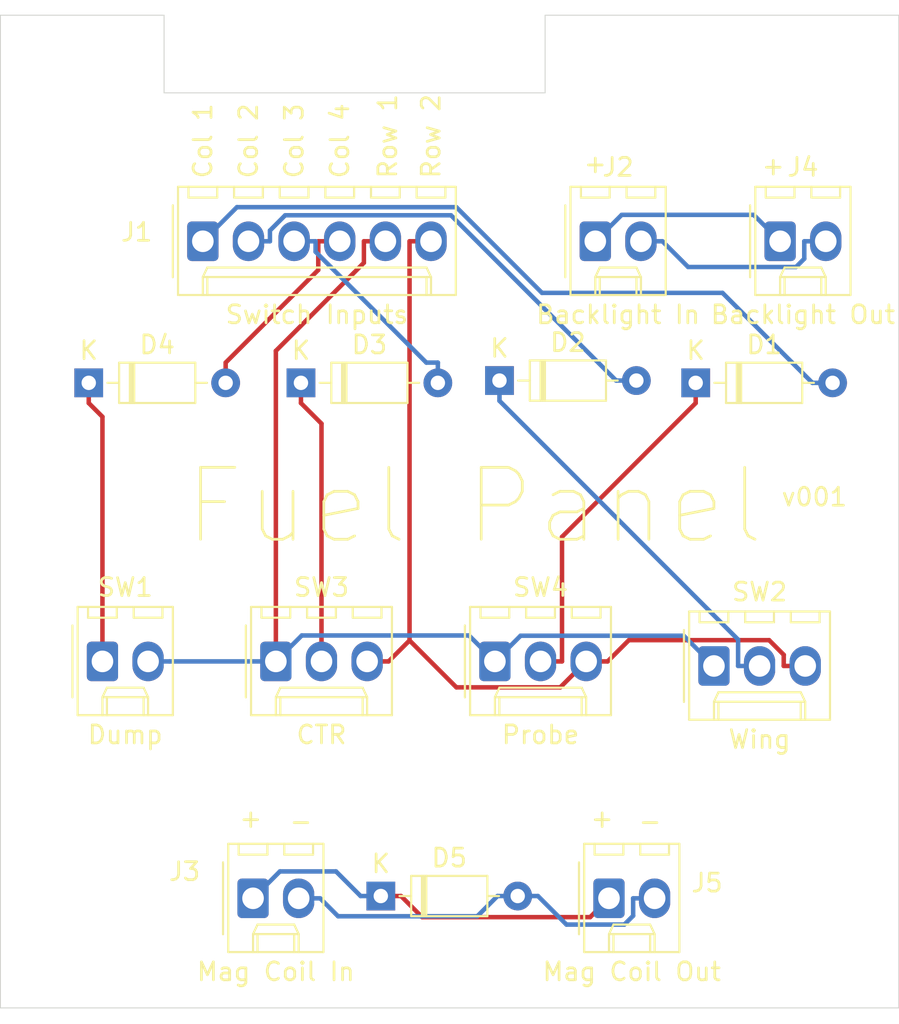
<source format=kicad_pcb>
(kicad_pcb (version 20171130) (host pcbnew "(5.1.5-0-10_14)")

  (general
    (thickness 1.6)
    (drawings 22)
    (tracks 88)
    (zones 0)
    (modules 18)
    (nets 15)
  )

  (page A4)
  (layers
    (0 F.Cu signal)
    (31 B.Cu signal)
    (32 B.Adhes user)
    (33 F.Adhes user)
    (34 B.Paste user)
    (35 F.Paste user)
    (36 B.SilkS user)
    (37 F.SilkS user)
    (38 B.Mask user)
    (39 F.Mask user)
    (40 Dwgs.User user)
    (41 Cmts.User user)
    (42 Eco1.User user)
    (43 Eco2.User user)
    (44 Edge.Cuts user)
    (45 Margin user)
    (46 B.CrtYd user)
    (47 F.CrtYd user)
    (48 B.Fab user)
    (49 F.Fab user)
  )

  (setup
    (last_trace_width 0.25)
    (trace_clearance 0.2)
    (zone_clearance 0.508)
    (zone_45_only no)
    (trace_min 0.2)
    (via_size 0.8)
    (via_drill 0.4)
    (via_min_size 0.4)
    (via_min_drill 0.3)
    (uvia_size 0.3)
    (uvia_drill 0.1)
    (uvias_allowed no)
    (uvia_min_size 0.2)
    (uvia_min_drill 0.1)
    (edge_width 0.05)
    (segment_width 0.2)
    (pcb_text_width 0.3)
    (pcb_text_size 1.5 1.5)
    (mod_edge_width 0.12)
    (mod_text_size 1 1)
    (mod_text_width 0.15)
    (pad_size 1.524 1.524)
    (pad_drill 0.762)
    (pad_to_mask_clearance 0.051)
    (solder_mask_min_width 0.25)
    (aux_axis_origin 0 0)
    (visible_elements FFFFFF7F)
    (pcbplotparams
      (layerselection 0x010fc_ffffffff)
      (usegerberextensions false)
      (usegerberattributes false)
      (usegerberadvancedattributes false)
      (creategerberjobfile false)
      (excludeedgelayer true)
      (linewidth 0.100000)
      (plotframeref false)
      (viasonmask false)
      (mode 1)
      (useauxorigin false)
      (hpglpennumber 1)
      (hpglpenspeed 20)
      (hpglpendiameter 15.000000)
      (psnegative false)
      (psa4output false)
      (plotreference true)
      (plotvalue true)
      (plotinvisibletext false)
      (padsonsilk false)
      (subtractmaskfromsilk false)
      (outputformat 1)
      (mirror false)
      (drillshape 0)
      (scaleselection 1)
      (outputdirectory "manufacturing"))
  )

  (net 0 "")
  (net 1 "Net-(D1-Pad1)")
  (net 2 "Net-(D2-Pad1)")
  (net 3 "Net-(D3-Pad1)")
  (net 4 "Net-(D4-Pad1)")
  (net 5 "Net-(J2-Pad2)")
  (net 6 "Net-(J2-Pad1)")
  (net 7 "Net-(D5-Pad2)")
  (net 8 "Net-(D5-Pad1)")
  (net 9 /Col1)
  (net 10 /Col2)
  (net 11 /Col3)
  (net 12 /Col4)
  (net 13 /Row2)
  (net 14 /Row1)

  (net_class Default "This is the default net class."
    (clearance 0.2)
    (trace_width 0.25)
    (via_dia 0.8)
    (via_drill 0.4)
    (uvia_dia 0.3)
    (uvia_drill 0.1)
    (add_net /Col1)
    (add_net /Col2)
    (add_net /Col3)
    (add_net /Col4)
    (add_net /Row1)
    (add_net /Row2)
    (add_net "Net-(D1-Pad1)")
    (add_net "Net-(D2-Pad1)")
    (add_net "Net-(D3-Pad1)")
    (add_net "Net-(D4-Pad1)")
    (add_net "Net-(D5-Pad1)")
    (add_net "Net-(D5-Pad2)")
    (add_net "Net-(J2-Pad1)")
    (add_net "Net-(J2-Pad2)")
  )

  (module PT_Library_v001:Molex_1x06_P2.54mm_Vertical (layer F.Cu) (tedit 5B78013E) (tstamp 60472460)
    (at 106.426 59.944)
    (descr "Molex KK-254 Interconnect System, old/engineering part number: AE-6410-06A example for new part number: 22-27-2061, 6 Pins (http://www.molex.com/pdm_docs/sd/022272021_sd.pdf), generated with kicad-footprint-generator")
    (tags "connector Molex KK-254 side entry")
    (path /60472241)
    (fp_text reference J1 (at -3.683 -0.508) (layer F.SilkS)
      (effects (font (size 1 1) (thickness 0.15)))
    )
    (fp_text value "Switch Inputs" (at 6.35 4.08) (layer F.SilkS)
      (effects (font (size 1 1) (thickness 0.15)))
    )
    (fp_text user %R (at 6.35 -2.22) (layer F.Fab)
      (effects (font (size 1 1) (thickness 0.15)))
    )
    (fp_line (start 14.47 -3.42) (end -1.77 -3.42) (layer F.CrtYd) (width 0.05))
    (fp_line (start 14.47 3.38) (end 14.47 -3.42) (layer F.CrtYd) (width 0.05))
    (fp_line (start -1.77 3.38) (end 14.47 3.38) (layer F.CrtYd) (width 0.05))
    (fp_line (start -1.77 -3.42) (end -1.77 3.38) (layer F.CrtYd) (width 0.05))
    (fp_line (start 13.5 -2.43) (end 13.5 -3.03) (layer F.SilkS) (width 0.12))
    (fp_line (start 11.9 -2.43) (end 13.5 -2.43) (layer F.SilkS) (width 0.12))
    (fp_line (start 11.9 -3.03) (end 11.9 -2.43) (layer F.SilkS) (width 0.12))
    (fp_line (start 10.96 -2.43) (end 10.96 -3.03) (layer F.SilkS) (width 0.12))
    (fp_line (start 9.36 -2.43) (end 10.96 -2.43) (layer F.SilkS) (width 0.12))
    (fp_line (start 9.36 -3.03) (end 9.36 -2.43) (layer F.SilkS) (width 0.12))
    (fp_line (start 8.42 -2.43) (end 8.42 -3.03) (layer F.SilkS) (width 0.12))
    (fp_line (start 6.82 -2.43) (end 8.42 -2.43) (layer F.SilkS) (width 0.12))
    (fp_line (start 6.82 -3.03) (end 6.82 -2.43) (layer F.SilkS) (width 0.12))
    (fp_line (start 5.88 -2.43) (end 5.88 -3.03) (layer F.SilkS) (width 0.12))
    (fp_line (start 4.28 -2.43) (end 5.88 -2.43) (layer F.SilkS) (width 0.12))
    (fp_line (start 4.28 -3.03) (end 4.28 -2.43) (layer F.SilkS) (width 0.12))
    (fp_line (start 3.34 -2.43) (end 3.34 -3.03) (layer F.SilkS) (width 0.12))
    (fp_line (start 1.74 -2.43) (end 3.34 -2.43) (layer F.SilkS) (width 0.12))
    (fp_line (start 1.74 -3.03) (end 1.74 -2.43) (layer F.SilkS) (width 0.12))
    (fp_line (start 0.8 -2.43) (end 0.8 -3.03) (layer F.SilkS) (width 0.12))
    (fp_line (start -0.8 -2.43) (end 0.8 -2.43) (layer F.SilkS) (width 0.12))
    (fp_line (start -0.8 -3.03) (end -0.8 -2.43) (layer F.SilkS) (width 0.12))
    (fp_line (start 12.45 2.99) (end 12.45 1.99) (layer F.SilkS) (width 0.12))
    (fp_line (start 0.25 2.99) (end 0.25 1.99) (layer F.SilkS) (width 0.12))
    (fp_line (start 12.45 1.46) (end 12.7 1.99) (layer F.SilkS) (width 0.12))
    (fp_line (start 0.25 1.46) (end 12.45 1.46) (layer F.SilkS) (width 0.12))
    (fp_line (start 0 1.99) (end 0.25 1.46) (layer F.SilkS) (width 0.12))
    (fp_line (start 12.7 1.99) (end 12.7 2.99) (layer F.SilkS) (width 0.12))
    (fp_line (start 0 1.99) (end 12.7 1.99) (layer F.SilkS) (width 0.12))
    (fp_line (start 0 2.99) (end 0 1.99) (layer F.SilkS) (width 0.12))
    (fp_line (start -0.562893 0) (end -1.27 0.5) (layer F.Fab) (width 0.1))
    (fp_line (start -1.27 -0.5) (end -0.562893 0) (layer F.Fab) (width 0.1))
    (fp_line (start -1.67 -2) (end -1.67 2) (layer F.SilkS) (width 0.12))
    (fp_line (start 14.08 -3.03) (end -1.38 -3.03) (layer F.SilkS) (width 0.12))
    (fp_line (start 14.08 2.99) (end 14.08 -3.03) (layer F.SilkS) (width 0.12))
    (fp_line (start -1.38 2.99) (end 14.08 2.99) (layer F.SilkS) (width 0.12))
    (fp_line (start -1.38 -3.03) (end -1.38 2.99) (layer F.SilkS) (width 0.12))
    (fp_line (start 13.97 -2.92) (end -1.27 -2.92) (layer F.Fab) (width 0.1))
    (fp_line (start 13.97 2.88) (end 13.97 -2.92) (layer F.Fab) (width 0.1))
    (fp_line (start -1.27 2.88) (end 13.97 2.88) (layer F.Fab) (width 0.1))
    (fp_line (start -1.27 -2.92) (end -1.27 2.88) (layer F.Fab) (width 0.1))
    (pad 6 thru_hole oval (at 12.7 0) (size 1.74 2.2) (drill 1.2) (layers *.Cu *.Mask)
      (net 13 /Row2))
    (pad 5 thru_hole oval (at 10.16 0) (size 1.74 2.2) (drill 1.2) (layers *.Cu *.Mask)
      (net 14 /Row1))
    (pad 4 thru_hole oval (at 7.62 0) (size 1.74 2.2) (drill 1.2) (layers *.Cu *.Mask)
      (net 12 /Col4))
    (pad 3 thru_hole oval (at 5.08 0) (size 1.74 2.2) (drill 1.2) (layers *.Cu *.Mask)
      (net 11 /Col3))
    (pad 2 thru_hole oval (at 2.54 0) (size 1.74 2.2) (drill 1.2) (layers *.Cu *.Mask)
      (net 10 /Col2))
    (pad 1 thru_hole roundrect (at 0 0) (size 1.74 2.2) (drill 1.2) (layers *.Cu *.Mask) (roundrect_rratio 0.143678)
      (net 9 /Col1))
    (model ${KISYS3DMOD}/Connector_Molex.3dshapes/Molex_KK-254_AE-6410-06A_1x06_P2.54mm_Vertical.wrl
      (at (xyz 0 0 0))
      (scale (xyz 1 1 1))
      (rotate (xyz 0 0 0))
    )
  )

  (module PT_Library_v001:Molex_1x02_P2.54mm_Vertical (layer F.Cu) (tedit 5B78013E) (tstamp 601E0905)
    (at 129.032 96.487)
    (descr "Molex KK-254 Interconnect System, old/engineering part number: AE-6410-02A example for new part number: 22-27-2021, 2 Pins (http://www.molex.com/pdm_docs/sd/022272021_sd.pdf), generated with kicad-footprint-generator")
    (tags "connector Molex KK-254 side entry")
    (path /601EDE98)
    (fp_text reference J5 (at 5.461 -0.856) (layer F.SilkS)
      (effects (font (size 1 1) (thickness 0.15)))
    )
    (fp_text value "Mag Coil Out" (at 1.27 4.08) (layer F.SilkS)
      (effects (font (size 1 1) (thickness 0.15)))
    )
    (fp_text user %R (at 1.27 -2.22) (layer F.Fab)
      (effects (font (size 1 1) (thickness 0.15)))
    )
    (fp_line (start 4.31 -3.42) (end -1.77 -3.42) (layer F.CrtYd) (width 0.05))
    (fp_line (start 4.31 3.38) (end 4.31 -3.42) (layer F.CrtYd) (width 0.05))
    (fp_line (start -1.77 3.38) (end 4.31 3.38) (layer F.CrtYd) (width 0.05))
    (fp_line (start -1.77 -3.42) (end -1.77 3.38) (layer F.CrtYd) (width 0.05))
    (fp_line (start 3.34 -2.43) (end 3.34 -3.03) (layer F.SilkS) (width 0.12))
    (fp_line (start 1.74 -2.43) (end 3.34 -2.43) (layer F.SilkS) (width 0.12))
    (fp_line (start 1.74 -3.03) (end 1.74 -2.43) (layer F.SilkS) (width 0.12))
    (fp_line (start 0.8 -2.43) (end 0.8 -3.03) (layer F.SilkS) (width 0.12))
    (fp_line (start -0.8 -2.43) (end 0.8 -2.43) (layer F.SilkS) (width 0.12))
    (fp_line (start -0.8 -3.03) (end -0.8 -2.43) (layer F.SilkS) (width 0.12))
    (fp_line (start 2.29 2.99) (end 2.29 1.99) (layer F.SilkS) (width 0.12))
    (fp_line (start 0.25 2.99) (end 0.25 1.99) (layer F.SilkS) (width 0.12))
    (fp_line (start 2.29 1.46) (end 2.54 1.99) (layer F.SilkS) (width 0.12))
    (fp_line (start 0.25 1.46) (end 2.29 1.46) (layer F.SilkS) (width 0.12))
    (fp_line (start 0 1.99) (end 0.25 1.46) (layer F.SilkS) (width 0.12))
    (fp_line (start 2.54 1.99) (end 2.54 2.99) (layer F.SilkS) (width 0.12))
    (fp_line (start 0 1.99) (end 2.54 1.99) (layer F.SilkS) (width 0.12))
    (fp_line (start 0 2.99) (end 0 1.99) (layer F.SilkS) (width 0.12))
    (fp_line (start -0.562893 0) (end -1.27 0.5) (layer F.Fab) (width 0.1))
    (fp_line (start -1.27 -0.5) (end -0.562893 0) (layer F.Fab) (width 0.1))
    (fp_line (start -1.67 -2) (end -1.67 2) (layer F.SilkS) (width 0.12))
    (fp_line (start 3.92 -3.03) (end -1.38 -3.03) (layer F.SilkS) (width 0.12))
    (fp_line (start 3.92 2.99) (end 3.92 -3.03) (layer F.SilkS) (width 0.12))
    (fp_line (start -1.38 2.99) (end 3.92 2.99) (layer F.SilkS) (width 0.12))
    (fp_line (start -1.38 -3.03) (end -1.38 2.99) (layer F.SilkS) (width 0.12))
    (fp_line (start 3.81 -2.92) (end -1.27 -2.92) (layer F.Fab) (width 0.1))
    (fp_line (start 3.81 2.88) (end 3.81 -2.92) (layer F.Fab) (width 0.1))
    (fp_line (start -1.27 2.88) (end 3.81 2.88) (layer F.Fab) (width 0.1))
    (fp_line (start -1.27 -2.92) (end -1.27 2.88) (layer F.Fab) (width 0.1))
    (pad 2 thru_hole oval (at 2.54 0) (size 1.74 2.2) (drill 1.2) (layers *.Cu *.Mask)
      (net 7 "Net-(D5-Pad2)"))
    (pad 1 thru_hole roundrect (at 0 0) (size 1.74 2.2) (drill 1.2) (layers *.Cu *.Mask) (roundrect_rratio 0.143678)
      (net 8 "Net-(D5-Pad1)"))
    (model ${KISYS3DMOD}/Connector_Molex.3dshapes/Molex_KK-254_AE-6410-02A_1x02_P2.54mm_Vertical.wrl
      (at (xyz 0 0 0))
      (scale (xyz 1 1 1))
      (rotate (xyz 0 0 0))
    )
  )

  (module PT_Library_v001:Molex_1x02_P2.54mm_Vertical (layer F.Cu) (tedit 5B78013E) (tstamp 601E08E1)
    (at 109.22 96.487)
    (descr "Molex KK-254 Interconnect System, old/engineering part number: AE-6410-02A example for new part number: 22-27-2021, 2 Pins (http://www.molex.com/pdm_docs/sd/022272021_sd.pdf), generated with kicad-footprint-generator")
    (tags "connector Molex KK-254 side entry")
    (path /601EDEA2)
    (fp_text reference J3 (at -3.81 -1.491) (layer F.SilkS)
      (effects (font (size 1 1) (thickness 0.15)))
    )
    (fp_text value "Mag Coil In" (at 1.27 4.08) (layer F.SilkS)
      (effects (font (size 1 1) (thickness 0.15)))
    )
    (fp_text user %R (at 1.27 -2.22) (layer F.Fab)
      (effects (font (size 1 1) (thickness 0.15)))
    )
    (fp_line (start 4.31 -3.42) (end -1.77 -3.42) (layer F.CrtYd) (width 0.05))
    (fp_line (start 4.31 3.38) (end 4.31 -3.42) (layer F.CrtYd) (width 0.05))
    (fp_line (start -1.77 3.38) (end 4.31 3.38) (layer F.CrtYd) (width 0.05))
    (fp_line (start -1.77 -3.42) (end -1.77 3.38) (layer F.CrtYd) (width 0.05))
    (fp_line (start 3.34 -2.43) (end 3.34 -3.03) (layer F.SilkS) (width 0.12))
    (fp_line (start 1.74 -2.43) (end 3.34 -2.43) (layer F.SilkS) (width 0.12))
    (fp_line (start 1.74 -3.03) (end 1.74 -2.43) (layer F.SilkS) (width 0.12))
    (fp_line (start 0.8 -2.43) (end 0.8 -3.03) (layer F.SilkS) (width 0.12))
    (fp_line (start -0.8 -2.43) (end 0.8 -2.43) (layer F.SilkS) (width 0.12))
    (fp_line (start -0.8 -3.03) (end -0.8 -2.43) (layer F.SilkS) (width 0.12))
    (fp_line (start 2.29 2.99) (end 2.29 1.99) (layer F.SilkS) (width 0.12))
    (fp_line (start 0.25 2.99) (end 0.25 1.99) (layer F.SilkS) (width 0.12))
    (fp_line (start 2.29 1.46) (end 2.54 1.99) (layer F.SilkS) (width 0.12))
    (fp_line (start 0.25 1.46) (end 2.29 1.46) (layer F.SilkS) (width 0.12))
    (fp_line (start 0 1.99) (end 0.25 1.46) (layer F.SilkS) (width 0.12))
    (fp_line (start 2.54 1.99) (end 2.54 2.99) (layer F.SilkS) (width 0.12))
    (fp_line (start 0 1.99) (end 2.54 1.99) (layer F.SilkS) (width 0.12))
    (fp_line (start 0 2.99) (end 0 1.99) (layer F.SilkS) (width 0.12))
    (fp_line (start -0.562893 0) (end -1.27 0.5) (layer F.Fab) (width 0.1))
    (fp_line (start -1.27 -0.5) (end -0.562893 0) (layer F.Fab) (width 0.1))
    (fp_line (start -1.67 -2) (end -1.67 2) (layer F.SilkS) (width 0.12))
    (fp_line (start 3.92 -3.03) (end -1.38 -3.03) (layer F.SilkS) (width 0.12))
    (fp_line (start 3.92 2.99) (end 3.92 -3.03) (layer F.SilkS) (width 0.12))
    (fp_line (start -1.38 2.99) (end 3.92 2.99) (layer F.SilkS) (width 0.12))
    (fp_line (start -1.38 -3.03) (end -1.38 2.99) (layer F.SilkS) (width 0.12))
    (fp_line (start 3.81 -2.92) (end -1.27 -2.92) (layer F.Fab) (width 0.1))
    (fp_line (start 3.81 2.88) (end 3.81 -2.92) (layer F.Fab) (width 0.1))
    (fp_line (start -1.27 2.88) (end 3.81 2.88) (layer F.Fab) (width 0.1))
    (fp_line (start -1.27 -2.92) (end -1.27 2.88) (layer F.Fab) (width 0.1))
    (pad 2 thru_hole oval (at 2.54 0) (size 1.74 2.2) (drill 1.2) (layers *.Cu *.Mask)
      (net 7 "Net-(D5-Pad2)"))
    (pad 1 thru_hole roundrect (at 0 0) (size 1.74 2.2) (drill 1.2) (layers *.Cu *.Mask) (roundrect_rratio 0.143678)
      (net 8 "Net-(D5-Pad1)"))
    (model ${KISYS3DMOD}/Connector_Molex.3dshapes/Molex_KK-254_AE-6410-02A_1x02_P2.54mm_Vertical.wrl
      (at (xyz 0 0 0))
      (scale (xyz 1 1 1))
      (rotate (xyz 0 0 0))
    )
  )

  (module PT_Library_v001:D_Signal_P7.62mm_Horizontal (layer F.Cu) (tedit 5AE50CD5) (tstamp 601E075D)
    (at 116.332 96.36)
    (descr "Diode, DO-35_SOD27 series, Axial, Horizontal, pin pitch=7.62mm, , length*diameter=4*2mm^2, , http://www.diodes.com/_files/packages/DO-35.pdf")
    (tags "Diode DO-35_SOD27 series Axial Horizontal pin pitch 7.62mm  length 4mm diameter 2mm")
    (path /601EEC7C)
    (fp_text reference D5 (at 3.81 -2.12) (layer F.SilkS)
      (effects (font (size 1 1) (thickness 0.15)))
    )
    (fp_text value D (at 3.81 2.12) (layer F.Fab)
      (effects (font (size 1 1) (thickness 0.15)))
    )
    (fp_text user K (at 0 -1.8) (layer F.SilkS)
      (effects (font (size 1 1) (thickness 0.15)))
    )
    (fp_text user K (at 0 -1.8) (layer F.Fab)
      (effects (font (size 1 1) (thickness 0.15)))
    )
    (fp_text user %R (at 4.11 0) (layer F.Fab)
      (effects (font (size 0.8 0.8) (thickness 0.12)))
    )
    (fp_line (start 8.67 -1.25) (end -1.05 -1.25) (layer F.CrtYd) (width 0.05))
    (fp_line (start 8.67 1.25) (end 8.67 -1.25) (layer F.CrtYd) (width 0.05))
    (fp_line (start -1.05 1.25) (end 8.67 1.25) (layer F.CrtYd) (width 0.05))
    (fp_line (start -1.05 -1.25) (end -1.05 1.25) (layer F.CrtYd) (width 0.05))
    (fp_line (start 2.29 -1.12) (end 2.29 1.12) (layer F.SilkS) (width 0.12))
    (fp_line (start 2.53 -1.12) (end 2.53 1.12) (layer F.SilkS) (width 0.12))
    (fp_line (start 2.41 -1.12) (end 2.41 1.12) (layer F.SilkS) (width 0.12))
    (fp_line (start 6.58 0) (end 5.93 0) (layer F.SilkS) (width 0.12))
    (fp_line (start 1.04 0) (end 1.69 0) (layer F.SilkS) (width 0.12))
    (fp_line (start 5.93 -1.12) (end 1.69 -1.12) (layer F.SilkS) (width 0.12))
    (fp_line (start 5.93 1.12) (end 5.93 -1.12) (layer F.SilkS) (width 0.12))
    (fp_line (start 1.69 1.12) (end 5.93 1.12) (layer F.SilkS) (width 0.12))
    (fp_line (start 1.69 -1.12) (end 1.69 1.12) (layer F.SilkS) (width 0.12))
    (fp_line (start 2.31 -1) (end 2.31 1) (layer F.Fab) (width 0.1))
    (fp_line (start 2.51 -1) (end 2.51 1) (layer F.Fab) (width 0.1))
    (fp_line (start 2.41 -1) (end 2.41 1) (layer F.Fab) (width 0.1))
    (fp_line (start 7.62 0) (end 5.81 0) (layer F.Fab) (width 0.1))
    (fp_line (start 0 0) (end 1.81 0) (layer F.Fab) (width 0.1))
    (fp_line (start 5.81 -1) (end 1.81 -1) (layer F.Fab) (width 0.1))
    (fp_line (start 5.81 1) (end 5.81 -1) (layer F.Fab) (width 0.1))
    (fp_line (start 1.81 1) (end 5.81 1) (layer F.Fab) (width 0.1))
    (fp_line (start 1.81 -1) (end 1.81 1) (layer F.Fab) (width 0.1))
    (pad 2 thru_hole oval (at 7.62 0) (size 1.6 1.6) (drill 0.8) (layers *.Cu *.Mask)
      (net 7 "Net-(D5-Pad2)"))
    (pad 1 thru_hole rect (at 0 0) (size 1.6 1.6) (drill 0.8) (layers *.Cu *.Mask)
      (net 8 "Net-(D5-Pad1)"))
    (model ${KISYS3DMOD}/Diode_THT.3dshapes/D_DO-35_SOD27_P7.62mm_Horizontal.wrl
      (at (xyz 0 0 0))
      (scale (xyz 1 1 1))
      (rotate (xyz 0 0 0))
    )
  )

  (module MountingHole:MountingHole_3.2mm_M3 (layer F.Cu) (tedit 56D1B4CB) (tstamp 601DF0AC)
    (at 140 100)
    (descr "Mounting Hole 3.2mm, no annular, M3")
    (tags "mounting hole 3.2mm no annular m3")
    (path /601E51A1)
    (attr virtual)
    (fp_text reference H4 (at 0 -4.2) (layer F.SilkS) hide
      (effects (font (size 1 1) (thickness 0.15)))
    )
    (fp_text value MountingHole (at 0 4.2) (layer F.Fab) hide
      (effects (font (size 1 1) (thickness 0.15)))
    )
    (fp_circle (center 0 0) (end 3.45 0) (layer F.CrtYd) (width 0.05))
    (fp_circle (center 0 0) (end 3.2 0) (layer Cmts.User) (width 0.15))
    (fp_text user %R (at 0.3 0) (layer F.Fab)
      (effects (font (size 1 1) (thickness 0.15)))
    )
    (pad 1 np_thru_hole circle (at 0 0) (size 3.2 3.2) (drill 3.2) (layers *.Cu *.Mask))
  )

  (module MountingHole:MountingHole_3.2mm_M3 (layer F.Cu) (tedit 56D1B4CB) (tstamp 601DF0A4)
    (at 100 100)
    (descr "Mounting Hole 3.2mm, no annular, M3")
    (tags "mounting hole 3.2mm no annular m3")
    (path /601E5197)
    (attr virtual)
    (fp_text reference H3 (at 0 -4.2) (layer F.SilkS) hide
      (effects (font (size 1 1) (thickness 0.15)))
    )
    (fp_text value MountingHole (at 0 4.2) (layer F.Fab) hide
      (effects (font (size 1 1) (thickness 0.15)))
    )
    (fp_circle (center 0 0) (end 3.45 0) (layer F.CrtYd) (width 0.05))
    (fp_circle (center 0 0) (end 3.2 0) (layer Cmts.User) (width 0.15))
    (fp_text user %R (at 0.3 0) (layer F.Fab)
      (effects (font (size 1 1) (thickness 0.15)))
    )
    (pad 1 np_thru_hole circle (at 0 0) (size 3.2 3.2) (drill 3.2) (layers *.Cu *.Mask))
  )

  (module MountingHole:MountingHole_3.2mm_M3 (layer F.Cu) (tedit 56D1B4CB) (tstamp 601DF09C)
    (at 140 50)
    (descr "Mounting Hole 3.2mm, no annular, M3")
    (tags "mounting hole 3.2mm no annular m3")
    (path /601E4874)
    (attr virtual)
    (fp_text reference H2 (at 0 -4.2) (layer F.SilkS) hide
      (effects (font (size 1 1) (thickness 0.15)))
    )
    (fp_text value MountingHole (at 0 4.2) (layer F.Fab) hide
      (effects (font (size 1 1) (thickness 0.15)))
    )
    (fp_circle (center 0 0) (end 3.45 0) (layer F.CrtYd) (width 0.05))
    (fp_circle (center 0 0) (end 3.2 0) (layer Cmts.User) (width 0.15))
    (fp_text user %R (at 0.3 0) (layer F.Fab)
      (effects (font (size 1 1) (thickness 0.15)))
    )
    (pad 1 np_thru_hole circle (at 0 0) (size 3.2 3.2) (drill 3.2) (layers *.Cu *.Mask))
  )

  (module MountingHole:MountingHole_3.2mm_M3 (layer F.Cu) (tedit 56D1B4CB) (tstamp 601DF094)
    (at 100 50)
    (descr "Mounting Hole 3.2mm, no annular, M3")
    (tags "mounting hole 3.2mm no annular m3")
    (path /601E443F)
    (attr virtual)
    (fp_text reference H1 (at 0 -4.2) (layer F.SilkS) hide
      (effects (font (size 1 1) (thickness 0.15)))
    )
    (fp_text value MountingHole (at 0 4.2) (layer F.Fab) hide
      (effects (font (size 1 1) (thickness 0.15)))
    )
    (fp_circle (center 0 0) (end 3.45 0) (layer F.CrtYd) (width 0.05))
    (fp_circle (center 0 0) (end 3.2 0) (layer Cmts.User) (width 0.15))
    (fp_text user %R (at 0.3 0) (layer F.Fab)
      (effects (font (size 1 1) (thickness 0.15)))
    )
    (pad 1 np_thru_hole circle (at 0 0) (size 3.2 3.2) (drill 3.2) (layers *.Cu *.Mask))
  )

  (module PT_Library_v001:Molex_1x03_P2.54mm_Vertical (layer F.Cu) (tedit 5B78013E) (tstamp 601DE999)
    (at 110.49 83.311)
    (descr "Molex KK-254 Interconnect System, old/engineering part number: AE-6410-03A example for new part number: 22-27-2031, 3 Pins (http://www.molex.com/pdm_docs/sd/022272021_sd.pdf), generated with kicad-footprint-generator")
    (tags "connector Molex KK-254 side entry")
    (path /5FC57701)
    (fp_text reference SW3 (at 2.54 -4.12) (layer F.SilkS)
      (effects (font (size 1 1) (thickness 0.15)))
    )
    (fp_text value CTR (at 2.54 4.08) (layer F.SilkS)
      (effects (font (size 1 1) (thickness 0.15)))
    )
    (fp_text user %R (at 2.54 -2.22) (layer F.Fab)
      (effects (font (size 1 1) (thickness 0.15)))
    )
    (fp_line (start 6.85 -3.42) (end -1.77 -3.42) (layer F.CrtYd) (width 0.05))
    (fp_line (start 6.85 3.38) (end 6.85 -3.42) (layer F.CrtYd) (width 0.05))
    (fp_line (start -1.77 3.38) (end 6.85 3.38) (layer F.CrtYd) (width 0.05))
    (fp_line (start -1.77 -3.42) (end -1.77 3.38) (layer F.CrtYd) (width 0.05))
    (fp_line (start 5.88 -2.43) (end 5.88 -3.03) (layer F.SilkS) (width 0.12))
    (fp_line (start 4.28 -2.43) (end 5.88 -2.43) (layer F.SilkS) (width 0.12))
    (fp_line (start 4.28 -3.03) (end 4.28 -2.43) (layer F.SilkS) (width 0.12))
    (fp_line (start 3.34 -2.43) (end 3.34 -3.03) (layer F.SilkS) (width 0.12))
    (fp_line (start 1.74 -2.43) (end 3.34 -2.43) (layer F.SilkS) (width 0.12))
    (fp_line (start 1.74 -3.03) (end 1.74 -2.43) (layer F.SilkS) (width 0.12))
    (fp_line (start 0.8 -2.43) (end 0.8 -3.03) (layer F.SilkS) (width 0.12))
    (fp_line (start -0.8 -2.43) (end 0.8 -2.43) (layer F.SilkS) (width 0.12))
    (fp_line (start -0.8 -3.03) (end -0.8 -2.43) (layer F.SilkS) (width 0.12))
    (fp_line (start 4.83 2.99) (end 4.83 1.99) (layer F.SilkS) (width 0.12))
    (fp_line (start 0.25 2.99) (end 0.25 1.99) (layer F.SilkS) (width 0.12))
    (fp_line (start 4.83 1.46) (end 5.08 1.99) (layer F.SilkS) (width 0.12))
    (fp_line (start 0.25 1.46) (end 4.83 1.46) (layer F.SilkS) (width 0.12))
    (fp_line (start 0 1.99) (end 0.25 1.46) (layer F.SilkS) (width 0.12))
    (fp_line (start 5.08 1.99) (end 5.08 2.99) (layer F.SilkS) (width 0.12))
    (fp_line (start 0 1.99) (end 5.08 1.99) (layer F.SilkS) (width 0.12))
    (fp_line (start 0 2.99) (end 0 1.99) (layer F.SilkS) (width 0.12))
    (fp_line (start -0.562893 0) (end -1.27 0.5) (layer F.Fab) (width 0.1))
    (fp_line (start -1.27 -0.5) (end -0.562893 0) (layer F.Fab) (width 0.1))
    (fp_line (start -1.67 -2) (end -1.67 2) (layer F.SilkS) (width 0.12))
    (fp_line (start 6.46 -3.03) (end -1.38 -3.03) (layer F.SilkS) (width 0.12))
    (fp_line (start 6.46 2.99) (end 6.46 -3.03) (layer F.SilkS) (width 0.12))
    (fp_line (start -1.38 2.99) (end 6.46 2.99) (layer F.SilkS) (width 0.12))
    (fp_line (start -1.38 -3.03) (end -1.38 2.99) (layer F.SilkS) (width 0.12))
    (fp_line (start 6.35 -2.92) (end -1.27 -2.92) (layer F.Fab) (width 0.1))
    (fp_line (start 6.35 2.88) (end 6.35 -2.92) (layer F.Fab) (width 0.1))
    (fp_line (start -1.27 2.88) (end 6.35 2.88) (layer F.Fab) (width 0.1))
    (fp_line (start -1.27 -2.92) (end -1.27 2.88) (layer F.Fab) (width 0.1))
    (pad 3 thru_hole oval (at 5.08 0) (size 1.74 2.2) (drill 1.2) (layers *.Cu *.Mask)
      (net 13 /Row2))
    (pad 2 thru_hole oval (at 2.54 0) (size 1.74 2.2) (drill 1.2) (layers *.Cu *.Mask)
      (net 3 "Net-(D3-Pad1)"))
    (pad 1 thru_hole roundrect (at 0 0) (size 1.74 2.2) (drill 1.2) (layers *.Cu *.Mask) (roundrect_rratio 0.143678)
      (net 14 /Row1))
    (model ${KISYS3DMOD}/Connector_Molex.3dshapes/Molex_KK-254_AE-6410-03A_1x03_P2.54mm_Vertical.wrl
      (at (xyz 0 0 0))
      (scale (xyz 1 1 1))
      (rotate (xyz 0 0 0))
    )
  )

  (module PT_Library_v001:Molex_1x03_P2.54mm_Vertical (layer F.Cu) (tedit 5B78013E) (tstamp 601DE971)
    (at 134.874 83.565)
    (descr "Molex KK-254 Interconnect System, old/engineering part number: AE-6410-03A example for new part number: 22-27-2031, 3 Pins (http://www.molex.com/pdm_docs/sd/022272021_sd.pdf), generated with kicad-footprint-generator")
    (tags "connector Molex KK-254 side entry")
    (path /5FC57023)
    (fp_text reference SW2 (at 2.54 -4.12) (layer F.SilkS)
      (effects (font (size 1 1) (thickness 0.15)))
    )
    (fp_text value Wing (at 2.54 4.08) (layer F.SilkS)
      (effects (font (size 1 1) (thickness 0.15)))
    )
    (fp_text user %R (at 2.54 -2.22) (layer F.Fab)
      (effects (font (size 1 1) (thickness 0.15)))
    )
    (fp_line (start 6.85 -3.42) (end -1.77 -3.42) (layer F.CrtYd) (width 0.05))
    (fp_line (start 6.85 3.38) (end 6.85 -3.42) (layer F.CrtYd) (width 0.05))
    (fp_line (start -1.77 3.38) (end 6.85 3.38) (layer F.CrtYd) (width 0.05))
    (fp_line (start -1.77 -3.42) (end -1.77 3.38) (layer F.CrtYd) (width 0.05))
    (fp_line (start 5.88 -2.43) (end 5.88 -3.03) (layer F.SilkS) (width 0.12))
    (fp_line (start 4.28 -2.43) (end 5.88 -2.43) (layer F.SilkS) (width 0.12))
    (fp_line (start 4.28 -3.03) (end 4.28 -2.43) (layer F.SilkS) (width 0.12))
    (fp_line (start 3.34 -2.43) (end 3.34 -3.03) (layer F.SilkS) (width 0.12))
    (fp_line (start 1.74 -2.43) (end 3.34 -2.43) (layer F.SilkS) (width 0.12))
    (fp_line (start 1.74 -3.03) (end 1.74 -2.43) (layer F.SilkS) (width 0.12))
    (fp_line (start 0.8 -2.43) (end 0.8 -3.03) (layer F.SilkS) (width 0.12))
    (fp_line (start -0.8 -2.43) (end 0.8 -2.43) (layer F.SilkS) (width 0.12))
    (fp_line (start -0.8 -3.03) (end -0.8 -2.43) (layer F.SilkS) (width 0.12))
    (fp_line (start 4.83 2.99) (end 4.83 1.99) (layer F.SilkS) (width 0.12))
    (fp_line (start 0.25 2.99) (end 0.25 1.99) (layer F.SilkS) (width 0.12))
    (fp_line (start 4.83 1.46) (end 5.08 1.99) (layer F.SilkS) (width 0.12))
    (fp_line (start 0.25 1.46) (end 4.83 1.46) (layer F.SilkS) (width 0.12))
    (fp_line (start 0 1.99) (end 0.25 1.46) (layer F.SilkS) (width 0.12))
    (fp_line (start 5.08 1.99) (end 5.08 2.99) (layer F.SilkS) (width 0.12))
    (fp_line (start 0 1.99) (end 5.08 1.99) (layer F.SilkS) (width 0.12))
    (fp_line (start 0 2.99) (end 0 1.99) (layer F.SilkS) (width 0.12))
    (fp_line (start -0.562893 0) (end -1.27 0.5) (layer F.Fab) (width 0.1))
    (fp_line (start -1.27 -0.5) (end -0.562893 0) (layer F.Fab) (width 0.1))
    (fp_line (start -1.67 -2) (end -1.67 2) (layer F.SilkS) (width 0.12))
    (fp_line (start 6.46 -3.03) (end -1.38 -3.03) (layer F.SilkS) (width 0.12))
    (fp_line (start 6.46 2.99) (end 6.46 -3.03) (layer F.SilkS) (width 0.12))
    (fp_line (start -1.38 2.99) (end 6.46 2.99) (layer F.SilkS) (width 0.12))
    (fp_line (start -1.38 -3.03) (end -1.38 2.99) (layer F.SilkS) (width 0.12))
    (fp_line (start 6.35 -2.92) (end -1.27 -2.92) (layer F.Fab) (width 0.1))
    (fp_line (start 6.35 2.88) (end 6.35 -2.92) (layer F.Fab) (width 0.1))
    (fp_line (start -1.27 2.88) (end 6.35 2.88) (layer F.Fab) (width 0.1))
    (fp_line (start -1.27 -2.92) (end -1.27 2.88) (layer F.Fab) (width 0.1))
    (pad 3 thru_hole oval (at 5.08 0) (size 1.74 2.2) (drill 1.2) (layers *.Cu *.Mask)
      (net 13 /Row2))
    (pad 2 thru_hole oval (at 2.54 0) (size 1.74 2.2) (drill 1.2) (layers *.Cu *.Mask)
      (net 2 "Net-(D2-Pad1)"))
    (pad 1 thru_hole roundrect (at 0 0) (size 1.74 2.2) (drill 1.2) (layers *.Cu *.Mask) (roundrect_rratio 0.143678)
      (net 14 /Row1))
    (model ${KISYS3DMOD}/Connector_Molex.3dshapes/Molex_KK-254_AE-6410-03A_1x03_P2.54mm_Vertical.wrl
      (at (xyz 0 0 0))
      (scale (xyz 1 1 1))
      (rotate (xyz 0 0 0))
    )
  )

  (module PT_Library_v001:Molex_1x02_P2.54mm_Vertical (layer F.Cu) (tedit 5B78013E) (tstamp 601DE949)
    (at 100.838 83.311)
    (descr "Molex KK-254 Interconnect System, old/engineering part number: AE-6410-02A example for new part number: 22-27-2021, 2 Pins (http://www.molex.com/pdm_docs/sd/022272021_sd.pdf), generated with kicad-footprint-generator")
    (tags "connector Molex KK-254 side entry")
    (path /5FC61E34)
    (fp_text reference SW1 (at 1.27 -4.12) (layer F.SilkS)
      (effects (font (size 1 1) (thickness 0.15)))
    )
    (fp_text value Dump (at 1.27 4.08) (layer F.SilkS)
      (effects (font (size 1 1) (thickness 0.15)))
    )
    (fp_text user %R (at 1.27 -2.22) (layer F.Fab)
      (effects (font (size 1 1) (thickness 0.15)))
    )
    (fp_line (start 4.31 -3.42) (end -1.77 -3.42) (layer F.CrtYd) (width 0.05))
    (fp_line (start 4.31 3.38) (end 4.31 -3.42) (layer F.CrtYd) (width 0.05))
    (fp_line (start -1.77 3.38) (end 4.31 3.38) (layer F.CrtYd) (width 0.05))
    (fp_line (start -1.77 -3.42) (end -1.77 3.38) (layer F.CrtYd) (width 0.05))
    (fp_line (start 3.34 -2.43) (end 3.34 -3.03) (layer F.SilkS) (width 0.12))
    (fp_line (start 1.74 -2.43) (end 3.34 -2.43) (layer F.SilkS) (width 0.12))
    (fp_line (start 1.74 -3.03) (end 1.74 -2.43) (layer F.SilkS) (width 0.12))
    (fp_line (start 0.8 -2.43) (end 0.8 -3.03) (layer F.SilkS) (width 0.12))
    (fp_line (start -0.8 -2.43) (end 0.8 -2.43) (layer F.SilkS) (width 0.12))
    (fp_line (start -0.8 -3.03) (end -0.8 -2.43) (layer F.SilkS) (width 0.12))
    (fp_line (start 2.29 2.99) (end 2.29 1.99) (layer F.SilkS) (width 0.12))
    (fp_line (start 0.25 2.99) (end 0.25 1.99) (layer F.SilkS) (width 0.12))
    (fp_line (start 2.29 1.46) (end 2.54 1.99) (layer F.SilkS) (width 0.12))
    (fp_line (start 0.25 1.46) (end 2.29 1.46) (layer F.SilkS) (width 0.12))
    (fp_line (start 0 1.99) (end 0.25 1.46) (layer F.SilkS) (width 0.12))
    (fp_line (start 2.54 1.99) (end 2.54 2.99) (layer F.SilkS) (width 0.12))
    (fp_line (start 0 1.99) (end 2.54 1.99) (layer F.SilkS) (width 0.12))
    (fp_line (start 0 2.99) (end 0 1.99) (layer F.SilkS) (width 0.12))
    (fp_line (start -0.562893 0) (end -1.27 0.5) (layer F.Fab) (width 0.1))
    (fp_line (start -1.27 -0.5) (end -0.562893 0) (layer F.Fab) (width 0.1))
    (fp_line (start -1.67 -2) (end -1.67 2) (layer F.SilkS) (width 0.12))
    (fp_line (start 3.92 -3.03) (end -1.38 -3.03) (layer F.SilkS) (width 0.12))
    (fp_line (start 3.92 2.99) (end 3.92 -3.03) (layer F.SilkS) (width 0.12))
    (fp_line (start -1.38 2.99) (end 3.92 2.99) (layer F.SilkS) (width 0.12))
    (fp_line (start -1.38 -3.03) (end -1.38 2.99) (layer F.SilkS) (width 0.12))
    (fp_line (start 3.81 -2.92) (end -1.27 -2.92) (layer F.Fab) (width 0.1))
    (fp_line (start 3.81 2.88) (end 3.81 -2.92) (layer F.Fab) (width 0.1))
    (fp_line (start -1.27 2.88) (end 3.81 2.88) (layer F.Fab) (width 0.1))
    (fp_line (start -1.27 -2.92) (end -1.27 2.88) (layer F.Fab) (width 0.1))
    (pad 2 thru_hole oval (at 2.54 0) (size 1.74 2.2) (drill 1.2) (layers *.Cu *.Mask)
      (net 14 /Row1))
    (pad 1 thru_hole roundrect (at 0 0) (size 1.74 2.2) (drill 1.2) (layers *.Cu *.Mask) (roundrect_rratio 0.143678)
      (net 4 "Net-(D4-Pad1)"))
    (model ${KISYS3DMOD}/Connector_Molex.3dshapes/Molex_KK-254_AE-6410-02A_1x02_P2.54mm_Vertical.wrl
      (at (xyz 0 0 0))
      (scale (xyz 1 1 1))
      (rotate (xyz 0 0 0))
    )
  )

  (module PT_Library_v001:Molex_1x03_P2.54mm_Vertical (layer F.Cu) (tedit 5B78013E) (tstamp 601DE925)
    (at 122.682 83.311)
    (descr "Molex KK-254 Interconnect System, old/engineering part number: AE-6410-03A example for new part number: 22-27-2031, 3 Pins (http://www.molex.com/pdm_docs/sd/022272021_sd.pdf), generated with kicad-footprint-generator")
    (tags "connector Molex KK-254 side entry")
    (path /5FC1E955)
    (fp_text reference SW4 (at 2.54 -4.12) (layer F.SilkS)
      (effects (font (size 1 1) (thickness 0.15)))
    )
    (fp_text value Probe (at 2.54 4.08) (layer F.SilkS)
      (effects (font (size 1 1) (thickness 0.15)))
    )
    (fp_text user %R (at 2.54 -2.22) (layer F.Fab)
      (effects (font (size 1 1) (thickness 0.15)))
    )
    (fp_line (start 6.85 -3.42) (end -1.77 -3.42) (layer F.CrtYd) (width 0.05))
    (fp_line (start 6.85 3.38) (end 6.85 -3.42) (layer F.CrtYd) (width 0.05))
    (fp_line (start -1.77 3.38) (end 6.85 3.38) (layer F.CrtYd) (width 0.05))
    (fp_line (start -1.77 -3.42) (end -1.77 3.38) (layer F.CrtYd) (width 0.05))
    (fp_line (start 5.88 -2.43) (end 5.88 -3.03) (layer F.SilkS) (width 0.12))
    (fp_line (start 4.28 -2.43) (end 5.88 -2.43) (layer F.SilkS) (width 0.12))
    (fp_line (start 4.28 -3.03) (end 4.28 -2.43) (layer F.SilkS) (width 0.12))
    (fp_line (start 3.34 -2.43) (end 3.34 -3.03) (layer F.SilkS) (width 0.12))
    (fp_line (start 1.74 -2.43) (end 3.34 -2.43) (layer F.SilkS) (width 0.12))
    (fp_line (start 1.74 -3.03) (end 1.74 -2.43) (layer F.SilkS) (width 0.12))
    (fp_line (start 0.8 -2.43) (end 0.8 -3.03) (layer F.SilkS) (width 0.12))
    (fp_line (start -0.8 -2.43) (end 0.8 -2.43) (layer F.SilkS) (width 0.12))
    (fp_line (start -0.8 -3.03) (end -0.8 -2.43) (layer F.SilkS) (width 0.12))
    (fp_line (start 4.83 2.99) (end 4.83 1.99) (layer F.SilkS) (width 0.12))
    (fp_line (start 0.25 2.99) (end 0.25 1.99) (layer F.SilkS) (width 0.12))
    (fp_line (start 4.83 1.46) (end 5.08 1.99) (layer F.SilkS) (width 0.12))
    (fp_line (start 0.25 1.46) (end 4.83 1.46) (layer F.SilkS) (width 0.12))
    (fp_line (start 0 1.99) (end 0.25 1.46) (layer F.SilkS) (width 0.12))
    (fp_line (start 5.08 1.99) (end 5.08 2.99) (layer F.SilkS) (width 0.12))
    (fp_line (start 0 1.99) (end 5.08 1.99) (layer F.SilkS) (width 0.12))
    (fp_line (start 0 2.99) (end 0 1.99) (layer F.SilkS) (width 0.12))
    (fp_line (start -0.562893 0) (end -1.27 0.5) (layer F.Fab) (width 0.1))
    (fp_line (start -1.27 -0.5) (end -0.562893 0) (layer F.Fab) (width 0.1))
    (fp_line (start -1.67 -2) (end -1.67 2) (layer F.SilkS) (width 0.12))
    (fp_line (start 6.46 -3.03) (end -1.38 -3.03) (layer F.SilkS) (width 0.12))
    (fp_line (start 6.46 2.99) (end 6.46 -3.03) (layer F.SilkS) (width 0.12))
    (fp_line (start -1.38 2.99) (end 6.46 2.99) (layer F.SilkS) (width 0.12))
    (fp_line (start -1.38 -3.03) (end -1.38 2.99) (layer F.SilkS) (width 0.12))
    (fp_line (start 6.35 -2.92) (end -1.27 -2.92) (layer F.Fab) (width 0.1))
    (fp_line (start 6.35 2.88) (end 6.35 -2.92) (layer F.Fab) (width 0.1))
    (fp_line (start -1.27 2.88) (end 6.35 2.88) (layer F.Fab) (width 0.1))
    (fp_line (start -1.27 -2.92) (end -1.27 2.88) (layer F.Fab) (width 0.1))
    (pad 3 thru_hole oval (at 5.08 0) (size 1.74 2.2) (drill 1.2) (layers *.Cu *.Mask)
      (net 13 /Row2))
    (pad 2 thru_hole oval (at 2.54 0) (size 1.74 2.2) (drill 1.2) (layers *.Cu *.Mask)
      (net 1 "Net-(D1-Pad1)"))
    (pad 1 thru_hole roundrect (at 0 0) (size 1.74 2.2) (drill 1.2) (layers *.Cu *.Mask) (roundrect_rratio 0.143678)
      (net 14 /Row1))
    (model ${KISYS3DMOD}/Connector_Molex.3dshapes/Molex_KK-254_AE-6410-03A_1x03_P2.54mm_Vertical.wrl
      (at (xyz 0 0 0))
      (scale (xyz 1 1 1))
      (rotate (xyz 0 0 0))
    )
  )

  (module PT_Library_v001:Molex_1x02_P2.54mm_Vertical (layer F.Cu) (tedit 5B78013E) (tstamp 601DE8FD)
    (at 138.557 59.944)
    (descr "Molex KK-254 Interconnect System, old/engineering part number: AE-6410-02A example for new part number: 22-27-2021, 2 Pins (http://www.molex.com/pdm_docs/sd/022272021_sd.pdf), generated with kicad-footprint-generator")
    (tags "connector Molex KK-254 side entry")
    (path /601E1DA9)
    (fp_text reference J4 (at 1.27 -4.12) (layer F.SilkS)
      (effects (font (size 1 1) (thickness 0.15)))
    )
    (fp_text value "Backlight Out" (at 1.27 4.08) (layer F.SilkS)
      (effects (font (size 1 1) (thickness 0.15)))
    )
    (fp_text user %R (at 1.27 -2.22) (layer F.Fab)
      (effects (font (size 1 1) (thickness 0.15)))
    )
    (fp_line (start 4.31 -3.42) (end -1.77 -3.42) (layer F.CrtYd) (width 0.05))
    (fp_line (start 4.31 3.38) (end 4.31 -3.42) (layer F.CrtYd) (width 0.05))
    (fp_line (start -1.77 3.38) (end 4.31 3.38) (layer F.CrtYd) (width 0.05))
    (fp_line (start -1.77 -3.42) (end -1.77 3.38) (layer F.CrtYd) (width 0.05))
    (fp_line (start 3.34 -2.43) (end 3.34 -3.03) (layer F.SilkS) (width 0.12))
    (fp_line (start 1.74 -2.43) (end 3.34 -2.43) (layer F.SilkS) (width 0.12))
    (fp_line (start 1.74 -3.03) (end 1.74 -2.43) (layer F.SilkS) (width 0.12))
    (fp_line (start 0.8 -2.43) (end 0.8 -3.03) (layer F.SilkS) (width 0.12))
    (fp_line (start -0.8 -2.43) (end 0.8 -2.43) (layer F.SilkS) (width 0.12))
    (fp_line (start -0.8 -3.03) (end -0.8 -2.43) (layer F.SilkS) (width 0.12))
    (fp_line (start 2.29 2.99) (end 2.29 1.99) (layer F.SilkS) (width 0.12))
    (fp_line (start 0.25 2.99) (end 0.25 1.99) (layer F.SilkS) (width 0.12))
    (fp_line (start 2.29 1.46) (end 2.54 1.99) (layer F.SilkS) (width 0.12))
    (fp_line (start 0.25 1.46) (end 2.29 1.46) (layer F.SilkS) (width 0.12))
    (fp_line (start 0 1.99) (end 0.25 1.46) (layer F.SilkS) (width 0.12))
    (fp_line (start 2.54 1.99) (end 2.54 2.99) (layer F.SilkS) (width 0.12))
    (fp_line (start 0 1.99) (end 2.54 1.99) (layer F.SilkS) (width 0.12))
    (fp_line (start 0 2.99) (end 0 1.99) (layer F.SilkS) (width 0.12))
    (fp_line (start -0.562893 0) (end -1.27 0.5) (layer F.Fab) (width 0.1))
    (fp_line (start -1.27 -0.5) (end -0.562893 0) (layer F.Fab) (width 0.1))
    (fp_line (start -1.67 -2) (end -1.67 2) (layer F.SilkS) (width 0.12))
    (fp_line (start 3.92 -3.03) (end -1.38 -3.03) (layer F.SilkS) (width 0.12))
    (fp_line (start 3.92 2.99) (end 3.92 -3.03) (layer F.SilkS) (width 0.12))
    (fp_line (start -1.38 2.99) (end 3.92 2.99) (layer F.SilkS) (width 0.12))
    (fp_line (start -1.38 -3.03) (end -1.38 2.99) (layer F.SilkS) (width 0.12))
    (fp_line (start 3.81 -2.92) (end -1.27 -2.92) (layer F.Fab) (width 0.1))
    (fp_line (start 3.81 2.88) (end 3.81 -2.92) (layer F.Fab) (width 0.1))
    (fp_line (start -1.27 2.88) (end 3.81 2.88) (layer F.Fab) (width 0.1))
    (fp_line (start -1.27 -2.92) (end -1.27 2.88) (layer F.Fab) (width 0.1))
    (pad 2 thru_hole oval (at 2.54 0) (size 1.74 2.2) (drill 1.2) (layers *.Cu *.Mask)
      (net 5 "Net-(J2-Pad2)"))
    (pad 1 thru_hole roundrect (at 0 0) (size 1.74 2.2) (drill 1.2) (layers *.Cu *.Mask) (roundrect_rratio 0.143678)
      (net 6 "Net-(J2-Pad1)"))
    (model ${KISYS3DMOD}/Connector_Molex.3dshapes/Molex_KK-254_AE-6410-02A_1x02_P2.54mm_Vertical.wrl
      (at (xyz 0 0 0))
      (scale (xyz 1 1 1))
      (rotate (xyz 0 0 0))
    )
  )

  (module PT_Library_v001:Molex_1x02_P2.54mm_Vertical (layer F.Cu) (tedit 5B78013E) (tstamp 601DE8D9)
    (at 128.27 59.944)
    (descr "Molex KK-254 Interconnect System, old/engineering part number: AE-6410-02A example for new part number: 22-27-2021, 2 Pins (http://www.molex.com/pdm_docs/sd/022272021_sd.pdf), generated with kicad-footprint-generator")
    (tags "connector Molex KK-254 side entry")
    (path /601E242D)
    (fp_text reference J2 (at 1.27 -4.12) (layer F.SilkS)
      (effects (font (size 1 1) (thickness 0.15)))
    )
    (fp_text value "Backlight In" (at 1.27 4.08) (layer F.SilkS)
      (effects (font (size 1 1) (thickness 0.15)))
    )
    (fp_text user %R (at 1.27 -2.22) (layer F.Fab)
      (effects (font (size 1 1) (thickness 0.15)))
    )
    (fp_line (start 4.31 -3.42) (end -1.77 -3.42) (layer F.CrtYd) (width 0.05))
    (fp_line (start 4.31 3.38) (end 4.31 -3.42) (layer F.CrtYd) (width 0.05))
    (fp_line (start -1.77 3.38) (end 4.31 3.38) (layer F.CrtYd) (width 0.05))
    (fp_line (start -1.77 -3.42) (end -1.77 3.38) (layer F.CrtYd) (width 0.05))
    (fp_line (start 3.34 -2.43) (end 3.34 -3.03) (layer F.SilkS) (width 0.12))
    (fp_line (start 1.74 -2.43) (end 3.34 -2.43) (layer F.SilkS) (width 0.12))
    (fp_line (start 1.74 -3.03) (end 1.74 -2.43) (layer F.SilkS) (width 0.12))
    (fp_line (start 0.8 -2.43) (end 0.8 -3.03) (layer F.SilkS) (width 0.12))
    (fp_line (start -0.8 -2.43) (end 0.8 -2.43) (layer F.SilkS) (width 0.12))
    (fp_line (start -0.8 -3.03) (end -0.8 -2.43) (layer F.SilkS) (width 0.12))
    (fp_line (start 2.29 2.99) (end 2.29 1.99) (layer F.SilkS) (width 0.12))
    (fp_line (start 0.25 2.99) (end 0.25 1.99) (layer F.SilkS) (width 0.12))
    (fp_line (start 2.29 1.46) (end 2.54 1.99) (layer F.SilkS) (width 0.12))
    (fp_line (start 0.25 1.46) (end 2.29 1.46) (layer F.SilkS) (width 0.12))
    (fp_line (start 0 1.99) (end 0.25 1.46) (layer F.SilkS) (width 0.12))
    (fp_line (start 2.54 1.99) (end 2.54 2.99) (layer F.SilkS) (width 0.12))
    (fp_line (start 0 1.99) (end 2.54 1.99) (layer F.SilkS) (width 0.12))
    (fp_line (start 0 2.99) (end 0 1.99) (layer F.SilkS) (width 0.12))
    (fp_line (start -0.562893 0) (end -1.27 0.5) (layer F.Fab) (width 0.1))
    (fp_line (start -1.27 -0.5) (end -0.562893 0) (layer F.Fab) (width 0.1))
    (fp_line (start -1.67 -2) (end -1.67 2) (layer F.SilkS) (width 0.12))
    (fp_line (start 3.92 -3.03) (end -1.38 -3.03) (layer F.SilkS) (width 0.12))
    (fp_line (start 3.92 2.99) (end 3.92 -3.03) (layer F.SilkS) (width 0.12))
    (fp_line (start -1.38 2.99) (end 3.92 2.99) (layer F.SilkS) (width 0.12))
    (fp_line (start -1.38 -3.03) (end -1.38 2.99) (layer F.SilkS) (width 0.12))
    (fp_line (start 3.81 -2.92) (end -1.27 -2.92) (layer F.Fab) (width 0.1))
    (fp_line (start 3.81 2.88) (end 3.81 -2.92) (layer F.Fab) (width 0.1))
    (fp_line (start -1.27 2.88) (end 3.81 2.88) (layer F.Fab) (width 0.1))
    (fp_line (start -1.27 -2.92) (end -1.27 2.88) (layer F.Fab) (width 0.1))
    (pad 2 thru_hole oval (at 2.54 0) (size 1.74 2.2) (drill 1.2) (layers *.Cu *.Mask)
      (net 5 "Net-(J2-Pad2)"))
    (pad 1 thru_hole roundrect (at 0 0) (size 1.74 2.2) (drill 1.2) (layers *.Cu *.Mask) (roundrect_rratio 0.143678)
      (net 6 "Net-(J2-Pad1)"))
    (model ${KISYS3DMOD}/Connector_Molex.3dshapes/Molex_KK-254_AE-6410-02A_1x02_P2.54mm_Vertical.wrl
      (at (xyz 0 0 0))
      (scale (xyz 1 1 1))
      (rotate (xyz 0 0 0))
    )
  )

  (module PT_Library_v001:D_Signal_P7.62mm_Horizontal (layer F.Cu) (tedit 5AE50CD5) (tstamp 601DE865)
    (at 100.076 67.818)
    (descr "Diode, DO-35_SOD27 series, Axial, Horizontal, pin pitch=7.62mm, , length*diameter=4*2mm^2, , http://www.diodes.com/_files/packages/DO-35.pdf")
    (tags "Diode DO-35_SOD27 series Axial Horizontal pin pitch 7.62mm  length 4mm diameter 2mm")
    (path /5FC59BFF)
    (fp_text reference D4 (at 3.81 -2.12) (layer F.SilkS)
      (effects (font (size 1 1) (thickness 0.15)))
    )
    (fp_text value D (at 3.81 2.12) (layer F.Fab)
      (effects (font (size 1 1) (thickness 0.15)))
    )
    (fp_text user K (at 0 -1.8) (layer F.SilkS)
      (effects (font (size 1 1) (thickness 0.15)))
    )
    (fp_text user K (at 0 -1.8) (layer F.Fab)
      (effects (font (size 1 1) (thickness 0.15)))
    )
    (fp_text user %R (at 4.11 0) (layer F.Fab)
      (effects (font (size 0.8 0.8) (thickness 0.12)))
    )
    (fp_line (start 8.67 -1.25) (end -1.05 -1.25) (layer F.CrtYd) (width 0.05))
    (fp_line (start 8.67 1.25) (end 8.67 -1.25) (layer F.CrtYd) (width 0.05))
    (fp_line (start -1.05 1.25) (end 8.67 1.25) (layer F.CrtYd) (width 0.05))
    (fp_line (start -1.05 -1.25) (end -1.05 1.25) (layer F.CrtYd) (width 0.05))
    (fp_line (start 2.29 -1.12) (end 2.29 1.12) (layer F.SilkS) (width 0.12))
    (fp_line (start 2.53 -1.12) (end 2.53 1.12) (layer F.SilkS) (width 0.12))
    (fp_line (start 2.41 -1.12) (end 2.41 1.12) (layer F.SilkS) (width 0.12))
    (fp_line (start 6.58 0) (end 5.93 0) (layer F.SilkS) (width 0.12))
    (fp_line (start 1.04 0) (end 1.69 0) (layer F.SilkS) (width 0.12))
    (fp_line (start 5.93 -1.12) (end 1.69 -1.12) (layer F.SilkS) (width 0.12))
    (fp_line (start 5.93 1.12) (end 5.93 -1.12) (layer F.SilkS) (width 0.12))
    (fp_line (start 1.69 1.12) (end 5.93 1.12) (layer F.SilkS) (width 0.12))
    (fp_line (start 1.69 -1.12) (end 1.69 1.12) (layer F.SilkS) (width 0.12))
    (fp_line (start 2.31 -1) (end 2.31 1) (layer F.Fab) (width 0.1))
    (fp_line (start 2.51 -1) (end 2.51 1) (layer F.Fab) (width 0.1))
    (fp_line (start 2.41 -1) (end 2.41 1) (layer F.Fab) (width 0.1))
    (fp_line (start 7.62 0) (end 5.81 0) (layer F.Fab) (width 0.1))
    (fp_line (start 0 0) (end 1.81 0) (layer F.Fab) (width 0.1))
    (fp_line (start 5.81 -1) (end 1.81 -1) (layer F.Fab) (width 0.1))
    (fp_line (start 5.81 1) (end 5.81 -1) (layer F.Fab) (width 0.1))
    (fp_line (start 1.81 1) (end 5.81 1) (layer F.Fab) (width 0.1))
    (fp_line (start 1.81 -1) (end 1.81 1) (layer F.Fab) (width 0.1))
    (pad 2 thru_hole oval (at 7.62 0) (size 1.6 1.6) (drill 0.8) (layers *.Cu *.Mask)
      (net 12 /Col4))
    (pad 1 thru_hole rect (at 0 0) (size 1.6 1.6) (drill 0.8) (layers *.Cu *.Mask)
      (net 4 "Net-(D4-Pad1)"))
    (model ${KISYS3DMOD}/Diode_THT.3dshapes/D_DO-35_SOD27_P7.62mm_Horizontal.wrl
      (at (xyz 0 0 0))
      (scale (xyz 1 1 1))
      (rotate (xyz 0 0 0))
    )
  )

  (module PT_Library_v001:D_Signal_P7.62mm_Horizontal (layer F.Cu) (tedit 5AE50CD5) (tstamp 601DF752)
    (at 111.887 67.818)
    (descr "Diode, DO-35_SOD27 series, Axial, Horizontal, pin pitch=7.62mm, , length*diameter=4*2mm^2, , http://www.diodes.com/_files/packages/DO-35.pdf")
    (tags "Diode DO-35_SOD27 series Axial Horizontal pin pitch 7.62mm  length 4mm diameter 2mm")
    (path /5FC594C9)
    (fp_text reference D3 (at 3.81 -2.12) (layer F.SilkS)
      (effects (font (size 1 1) (thickness 0.15)))
    )
    (fp_text value D (at 3.81 2.12) (layer F.Fab)
      (effects (font (size 1 1) (thickness 0.15)))
    )
    (fp_text user K (at 0 -1.8) (layer F.SilkS)
      (effects (font (size 1 1) (thickness 0.15)))
    )
    (fp_text user K (at 0 -1.8) (layer F.Fab)
      (effects (font (size 1 1) (thickness 0.15)))
    )
    (fp_text user %R (at 4.11 0) (layer F.Fab)
      (effects (font (size 0.8 0.8) (thickness 0.12)))
    )
    (fp_line (start 8.67 -1.25) (end -1.05 -1.25) (layer F.CrtYd) (width 0.05))
    (fp_line (start 8.67 1.25) (end 8.67 -1.25) (layer F.CrtYd) (width 0.05))
    (fp_line (start -1.05 1.25) (end 8.67 1.25) (layer F.CrtYd) (width 0.05))
    (fp_line (start -1.05 -1.25) (end -1.05 1.25) (layer F.CrtYd) (width 0.05))
    (fp_line (start 2.29 -1.12) (end 2.29 1.12) (layer F.SilkS) (width 0.12))
    (fp_line (start 2.53 -1.12) (end 2.53 1.12) (layer F.SilkS) (width 0.12))
    (fp_line (start 2.41 -1.12) (end 2.41 1.12) (layer F.SilkS) (width 0.12))
    (fp_line (start 6.58 0) (end 5.93 0) (layer F.SilkS) (width 0.12))
    (fp_line (start 1.04 0) (end 1.69 0) (layer F.SilkS) (width 0.12))
    (fp_line (start 5.93 -1.12) (end 1.69 -1.12) (layer F.SilkS) (width 0.12))
    (fp_line (start 5.93 1.12) (end 5.93 -1.12) (layer F.SilkS) (width 0.12))
    (fp_line (start 1.69 1.12) (end 5.93 1.12) (layer F.SilkS) (width 0.12))
    (fp_line (start 1.69 -1.12) (end 1.69 1.12) (layer F.SilkS) (width 0.12))
    (fp_line (start 2.31 -1) (end 2.31 1) (layer F.Fab) (width 0.1))
    (fp_line (start 2.51 -1) (end 2.51 1) (layer F.Fab) (width 0.1))
    (fp_line (start 2.41 -1) (end 2.41 1) (layer F.Fab) (width 0.1))
    (fp_line (start 7.62 0) (end 5.81 0) (layer F.Fab) (width 0.1))
    (fp_line (start 0 0) (end 1.81 0) (layer F.Fab) (width 0.1))
    (fp_line (start 5.81 -1) (end 1.81 -1) (layer F.Fab) (width 0.1))
    (fp_line (start 5.81 1) (end 5.81 -1) (layer F.Fab) (width 0.1))
    (fp_line (start 1.81 1) (end 5.81 1) (layer F.Fab) (width 0.1))
    (fp_line (start 1.81 -1) (end 1.81 1) (layer F.Fab) (width 0.1))
    (pad 2 thru_hole oval (at 7.62 0) (size 1.6 1.6) (drill 0.8) (layers *.Cu *.Mask)
      (net 11 /Col3))
    (pad 1 thru_hole rect (at 0 0) (size 1.6 1.6) (drill 0.8) (layers *.Cu *.Mask)
      (net 3 "Net-(D3-Pad1)"))
    (model ${KISYS3DMOD}/Diode_THT.3dshapes/D_DO-35_SOD27_P7.62mm_Horizontal.wrl
      (at (xyz 0 0 0))
      (scale (xyz 1 1 1))
      (rotate (xyz 0 0 0))
    )
  )

  (module PT_Library_v001:D_Signal_P7.62mm_Horizontal (layer F.Cu) (tedit 5AE50CD5) (tstamp 601DE827)
    (at 122.936 67.691)
    (descr "Diode, DO-35_SOD27 series, Axial, Horizontal, pin pitch=7.62mm, , length*diameter=4*2mm^2, , http://www.diodes.com/_files/packages/DO-35.pdf")
    (tags "Diode DO-35_SOD27 series Axial Horizontal pin pitch 7.62mm  length 4mm diameter 2mm")
    (path /5FC58F51)
    (fp_text reference D2 (at 3.81 -2.12) (layer F.SilkS)
      (effects (font (size 1 1) (thickness 0.15)))
    )
    (fp_text value D (at 3.81 2.12) (layer F.Fab)
      (effects (font (size 1 1) (thickness 0.15)))
    )
    (fp_text user K (at 0 -1.8) (layer F.SilkS)
      (effects (font (size 1 1) (thickness 0.15)))
    )
    (fp_text user K (at 0 -1.8) (layer F.Fab)
      (effects (font (size 1 1) (thickness 0.15)))
    )
    (fp_text user %R (at 4.11 0) (layer F.Fab)
      (effects (font (size 0.8 0.8) (thickness 0.12)))
    )
    (fp_line (start 8.67 -1.25) (end -1.05 -1.25) (layer F.CrtYd) (width 0.05))
    (fp_line (start 8.67 1.25) (end 8.67 -1.25) (layer F.CrtYd) (width 0.05))
    (fp_line (start -1.05 1.25) (end 8.67 1.25) (layer F.CrtYd) (width 0.05))
    (fp_line (start -1.05 -1.25) (end -1.05 1.25) (layer F.CrtYd) (width 0.05))
    (fp_line (start 2.29 -1.12) (end 2.29 1.12) (layer F.SilkS) (width 0.12))
    (fp_line (start 2.53 -1.12) (end 2.53 1.12) (layer F.SilkS) (width 0.12))
    (fp_line (start 2.41 -1.12) (end 2.41 1.12) (layer F.SilkS) (width 0.12))
    (fp_line (start 6.58 0) (end 5.93 0) (layer F.SilkS) (width 0.12))
    (fp_line (start 1.04 0) (end 1.69 0) (layer F.SilkS) (width 0.12))
    (fp_line (start 5.93 -1.12) (end 1.69 -1.12) (layer F.SilkS) (width 0.12))
    (fp_line (start 5.93 1.12) (end 5.93 -1.12) (layer F.SilkS) (width 0.12))
    (fp_line (start 1.69 1.12) (end 5.93 1.12) (layer F.SilkS) (width 0.12))
    (fp_line (start 1.69 -1.12) (end 1.69 1.12) (layer F.SilkS) (width 0.12))
    (fp_line (start 2.31 -1) (end 2.31 1) (layer F.Fab) (width 0.1))
    (fp_line (start 2.51 -1) (end 2.51 1) (layer F.Fab) (width 0.1))
    (fp_line (start 2.41 -1) (end 2.41 1) (layer F.Fab) (width 0.1))
    (fp_line (start 7.62 0) (end 5.81 0) (layer F.Fab) (width 0.1))
    (fp_line (start 0 0) (end 1.81 0) (layer F.Fab) (width 0.1))
    (fp_line (start 5.81 -1) (end 1.81 -1) (layer F.Fab) (width 0.1))
    (fp_line (start 5.81 1) (end 5.81 -1) (layer F.Fab) (width 0.1))
    (fp_line (start 1.81 1) (end 5.81 1) (layer F.Fab) (width 0.1))
    (fp_line (start 1.81 -1) (end 1.81 1) (layer F.Fab) (width 0.1))
    (pad 2 thru_hole oval (at 7.62 0) (size 1.6 1.6) (drill 0.8) (layers *.Cu *.Mask)
      (net 10 /Col2))
    (pad 1 thru_hole rect (at 0 0) (size 1.6 1.6) (drill 0.8) (layers *.Cu *.Mask)
      (net 2 "Net-(D2-Pad1)"))
    (model ${KISYS3DMOD}/Diode_THT.3dshapes/D_DO-35_SOD27_P7.62mm_Horizontal.wrl
      (at (xyz 0 0 0))
      (scale (xyz 1 1 1))
      (rotate (xyz 0 0 0))
    )
  )

  (module PT_Library_v001:D_Signal_P7.62mm_Horizontal (layer F.Cu) (tedit 5AE50CD5) (tstamp 601DE808)
    (at 133.858 67.818)
    (descr "Diode, DO-35_SOD27 series, Axial, Horizontal, pin pitch=7.62mm, , length*diameter=4*2mm^2, , http://www.diodes.com/_files/packages/DO-35.pdf")
    (tags "Diode DO-35_SOD27 series Axial Horizontal pin pitch 7.62mm  length 4mm diameter 2mm")
    (path /5FC2589C)
    (fp_text reference D1 (at 3.81 -2.12) (layer F.SilkS)
      (effects (font (size 1 1) (thickness 0.15)))
    )
    (fp_text value D (at 3.81 2.12) (layer F.Fab)
      (effects (font (size 1 1) (thickness 0.15)))
    )
    (fp_text user K (at 0 -1.8) (layer F.SilkS)
      (effects (font (size 1 1) (thickness 0.15)))
    )
    (fp_text user K (at 0 -1.8) (layer F.Fab)
      (effects (font (size 1 1) (thickness 0.15)))
    )
    (fp_text user %R (at 4.11 0) (layer F.Fab)
      (effects (font (size 0.8 0.8) (thickness 0.12)))
    )
    (fp_line (start 8.67 -1.25) (end -1.05 -1.25) (layer F.CrtYd) (width 0.05))
    (fp_line (start 8.67 1.25) (end 8.67 -1.25) (layer F.CrtYd) (width 0.05))
    (fp_line (start -1.05 1.25) (end 8.67 1.25) (layer F.CrtYd) (width 0.05))
    (fp_line (start -1.05 -1.25) (end -1.05 1.25) (layer F.CrtYd) (width 0.05))
    (fp_line (start 2.29 -1.12) (end 2.29 1.12) (layer F.SilkS) (width 0.12))
    (fp_line (start 2.53 -1.12) (end 2.53 1.12) (layer F.SilkS) (width 0.12))
    (fp_line (start 2.41 -1.12) (end 2.41 1.12) (layer F.SilkS) (width 0.12))
    (fp_line (start 6.58 0) (end 5.93 0) (layer F.SilkS) (width 0.12))
    (fp_line (start 1.04 0) (end 1.69 0) (layer F.SilkS) (width 0.12))
    (fp_line (start 5.93 -1.12) (end 1.69 -1.12) (layer F.SilkS) (width 0.12))
    (fp_line (start 5.93 1.12) (end 5.93 -1.12) (layer F.SilkS) (width 0.12))
    (fp_line (start 1.69 1.12) (end 5.93 1.12) (layer F.SilkS) (width 0.12))
    (fp_line (start 1.69 -1.12) (end 1.69 1.12) (layer F.SilkS) (width 0.12))
    (fp_line (start 2.31 -1) (end 2.31 1) (layer F.Fab) (width 0.1))
    (fp_line (start 2.51 -1) (end 2.51 1) (layer F.Fab) (width 0.1))
    (fp_line (start 2.41 -1) (end 2.41 1) (layer F.Fab) (width 0.1))
    (fp_line (start 7.62 0) (end 5.81 0) (layer F.Fab) (width 0.1))
    (fp_line (start 0 0) (end 1.81 0) (layer F.Fab) (width 0.1))
    (fp_line (start 5.81 -1) (end 1.81 -1) (layer F.Fab) (width 0.1))
    (fp_line (start 5.81 1) (end 5.81 -1) (layer F.Fab) (width 0.1))
    (fp_line (start 1.81 1) (end 5.81 1) (layer F.Fab) (width 0.1))
    (fp_line (start 1.81 -1) (end 1.81 1) (layer F.Fab) (width 0.1))
    (pad 2 thru_hole oval (at 7.62 0) (size 1.6 1.6) (drill 0.8) (layers *.Cu *.Mask)
      (net 9 /Col1))
    (pad 1 thru_hole rect (at 0 0) (size 1.6 1.6) (drill 0.8) (layers *.Cu *.Mask)
      (net 1 "Net-(D1-Pad1)"))
    (model ${KISYS3DMOD}/Diode_THT.3dshapes/D_DO-35_SOD27_P7.62mm_Horizontal.wrl
      (at (xyz 0 0 0))
      (scale (xyz 1 1 1))
      (rotate (xyz 0 0 0))
    )
  )

  (gr_text - (at 131.318 92.202) (layer F.SilkS) (tstamp 6047277C)
    (effects (font (size 1 1) (thickness 0.15)))
  )
  (gr_text - (at 111.887 92.202) (layer F.SilkS) (tstamp 60472778)
    (effects (font (size 1 1) (thickness 0.15)))
  )
  (gr_text "Row 2" (at 119.126 54.102 90) (layer F.SilkS) (tstamp 60472711)
    (effects (font (size 1 1) (thickness 0.15)))
  )
  (gr_text "Row 1" (at 116.713 54.102 90) (layer F.SilkS) (tstamp 6047270F)
    (effects (font (size 1 1) (thickness 0.15)))
  )
  (gr_text "Col 4" (at 114.046 54.363905 90) (layer F.SilkS) (tstamp 6047270D)
    (effects (font (size 1 1) (thickness 0.15)))
  )
  (gr_text "Col 3" (at 111.506 54.363905 90) (layer F.SilkS) (tstamp 6047270B)
    (effects (font (size 1 1) (thickness 0.15)))
  )
  (gr_text "Col 2" (at 108.966 54.363905 90) (layer F.SilkS) (tstamp 60472709)
    (effects (font (size 1 1) (thickness 0.15)))
  )
  (gr_text "Col 1" (at 106.426 54.363905 90) (layer F.SilkS)
    (effects (font (size 1 1) (thickness 0.15)))
  )
  (gr_line (start 145.161 47.371) (end 125.476 47.371) (layer Edge.Cuts) (width 0.05) (tstamp 60467F02))
  (gr_line (start 104.267 47.371) (end 95.161 47.371) (layer Edge.Cuts) (width 0.05) (tstamp 60467F00))
  (gr_line (start 104.267 51.689) (end 104.267 47.371) (layer Edge.Cuts) (width 0.05))
  (gr_line (start 125.476 51.689) (end 104.267 51.689) (layer Edge.Cuts) (width 0.05))
  (gr_line (start 125.476 47.371) (end 125.476 51.689) (layer Edge.Cuts) (width 0.05))
  (gr_text + (at 109.093 92.042) (layer F.SilkS) (tstamp 601E0B94)
    (effects (font (size 1 1) (thickness 0.15)))
  )
  (gr_text + (at 128.651 92.042) (layer F.SilkS) (tstamp 601E0B92)
    (effects (font (size 1 1) (thickness 0.15)))
  )
  (gr_text + (at 138.176 55.753) (layer F.SilkS) (tstamp 601E0B90)
    (effects (font (size 1 1) (thickness 0.15)))
  )
  (gr_text + (at 128.27 55.626) (layer F.SilkS)
    (effects (font (size 1 1) (thickness 0.15)))
  )
  (gr_text v001 (at 140.462 74.168) (layer F.SilkS)
    (effects (font (size 1 1) (thickness 0.15)))
  )
  (gr_line (start 145.161 102.583) (end 145.161 47.371) (layer Edge.Cuts) (width 0.05) (tstamp 601E012F))
  (gr_line (start 95.161 47.371) (end 95.161 102.583) (layer Edge.Cuts) (width 0.05) (tstamp 601DFE7C))
  (gr_line (start 95.161 102.583) (end 145.161 102.583) (layer Edge.Cuts) (width 0.05) (tstamp 601DFE62))
  (gr_text "Fuel Panel" (at 121.539 74.676) (layer F.SilkS)
    (effects (font (size 4 4) (thickness 0.15)))
  )

  (segment (start 133.858 67.818) (end 133.858 68.9433) (width 0.25) (layer F.Cu) (net 1))
  (segment (start 125.222 83.311) (end 126.4173 83.311) (width 0.25) (layer F.Cu) (net 1))
  (segment (start 126.4173 83.311) (end 126.4173 76.384) (width 0.25) (layer F.Cu) (net 1))
  (segment (start 126.4173 76.384) (end 133.858 68.9433) (width 0.25) (layer F.Cu) (net 1))
  (segment (start 122.936 67.691) (end 122.936 68.8163) (width 0.25) (layer B.Cu) (net 2))
  (segment (start 137.414 83.565) (end 136.2187 83.565) (width 0.25) (layer B.Cu) (net 2))
  (segment (start 136.2187 83.565) (end 136.2187 82.099) (width 0.25) (layer B.Cu) (net 2))
  (segment (start 136.2187 82.099) (end 122.936 68.8163) (width 0.25) (layer B.Cu) (net 2))
  (segment (start 111.887 67.818) (end 111.887 68.9433) (width 0.25) (layer F.Cu) (net 3))
  (segment (start 113.03 83.311) (end 113.03 70.0863) (width 0.25) (layer F.Cu) (net 3))
  (segment (start 113.03 70.0863) (end 111.887 68.9433) (width 0.25) (layer F.Cu) (net 3))
  (segment (start 100.076 67.818) (end 100.076 68.9433) (width 0.25) (layer F.Cu) (net 4))
  (segment (start 100.076 68.9433) (end 100.838 69.7053) (width 0.25) (layer F.Cu) (net 4))
  (segment (start 100.838 69.7053) (end 100.838 83.311) (width 0.25) (layer F.Cu) (net 4))
  (segment (start 141.097 59.944) (end 139.9017 59.944) (width 0.25) (layer B.Cu) (net 5))
  (segment (start 130.81 59.944) (end 132.0053 59.944) (width 0.25) (layer B.Cu) (net 5))
  (segment (start 132.0053 59.944) (end 133.4367 61.3754) (width 0.25) (layer B.Cu) (net 5))
  (segment (start 133.4367 61.3754) (end 139.4415 61.3754) (width 0.25) (layer B.Cu) (net 5))
  (segment (start 139.4415 61.3754) (end 139.9017 60.9152) (width 0.25) (layer B.Cu) (net 5))
  (segment (start 139.9017 60.9152) (end 139.9017 59.944) (width 0.25) (layer B.Cu) (net 5))
  (segment (start 128.27 59.944) (end 129.7398 58.4742) (width 0.25) (layer B.Cu) (net 6))
  (segment (start 129.7398 58.4742) (end 137.0872 58.4742) (width 0.25) (layer B.Cu) (net 6))
  (segment (start 137.0872 58.4742) (end 138.557 59.944) (width 0.25) (layer B.Cu) (net 6))
  (segment (start 123.952 96.36) (end 122.8267 96.36) (width 0.25) (layer B.Cu) (net 7))
  (segment (start 111.76 96.487) (end 112.9553 96.487) (width 0.25) (layer B.Cu) (net 7))
  (segment (start 112.9553 96.487) (end 113.9536 97.4853) (width 0.25) (layer B.Cu) (net 7))
  (segment (start 113.9536 97.4853) (end 121.7014 97.4853) (width 0.25) (layer B.Cu) (net 7))
  (segment (start 121.7014 97.4853) (end 122.8267 96.36) (width 0.25) (layer B.Cu) (net 7))
  (segment (start 131.572 96.487) (end 130.3767 96.487) (width 0.25) (layer B.Cu) (net 7))
  (segment (start 123.952 96.36) (end 125.0773 96.36) (width 0.25) (layer B.Cu) (net 7))
  (segment (start 125.0773 96.36) (end 126.6648 97.9475) (width 0.25) (layer B.Cu) (net 7))
  (segment (start 126.6648 97.9475) (end 129.8874 97.9475) (width 0.25) (layer B.Cu) (net 7))
  (segment (start 129.8874 97.9475) (end 130.3767 97.4582) (width 0.25) (layer B.Cu) (net 7))
  (segment (start 130.3767 97.4582) (end 130.3767 96.487) (width 0.25) (layer B.Cu) (net 7))
  (segment (start 116.332 96.36) (end 117.4573 96.36) (width 0.25) (layer F.Cu) (net 8))
  (segment (start 117.4573 96.36) (end 118.6316 97.5343) (width 0.25) (layer F.Cu) (net 8))
  (segment (start 118.6316 97.5343) (end 127.9847 97.5343) (width 0.25) (layer F.Cu) (net 8))
  (segment (start 127.9847 97.5343) (end 129.032 96.487) (width 0.25) (layer F.Cu) (net 8))
  (segment (start 116.332 96.36) (end 115.2067 96.36) (width 0.25) (layer B.Cu) (net 8))
  (segment (start 115.2067 96.36) (end 113.8376 94.9909) (width 0.25) (layer B.Cu) (net 8))
  (segment (start 113.8376 94.9909) (end 110.7161 94.9909) (width 0.25) (layer B.Cu) (net 8))
  (segment (start 110.7161 94.9909) (end 109.22 96.487) (width 0.25) (layer B.Cu) (net 8))
  (segment (start 140.3527 67.818) (end 135.3486 62.8139) (width 0.25) (layer B.Cu) (net 9))
  (segment (start 135.3486 62.8139) (end 125.3015 62.8139) (width 0.25) (layer B.Cu) (net 9))
  (segment (start 125.3015 62.8139) (end 120.535 58.0474) (width 0.25) (layer B.Cu) (net 9))
  (segment (start 120.535 58.0474) (end 108.3226 58.0474) (width 0.25) (layer B.Cu) (net 9))
  (segment (start 108.3226 58.0474) (end 106.426 59.944) (width 0.25) (layer B.Cu) (net 9))
  (segment (start 141.478 67.818) (end 140.3527 67.818) (width 0.25) (layer B.Cu) (net 9))
  (segment (start 108.966 59.944) (end 110.1613 59.944) (width 0.25) (layer B.Cu) (net 10))
  (segment (start 130.556 67.691) (end 129.4307 67.691) (width 0.25) (layer B.Cu) (net 10))
  (segment (start 129.4307 67.691) (end 120.2374 58.4977) (width 0.25) (layer B.Cu) (net 10))
  (segment (start 120.2374 58.4977) (end 111.0099 58.4977) (width 0.25) (layer B.Cu) (net 10))
  (segment (start 111.0099 58.4977) (end 110.1613 59.3463) (width 0.25) (layer B.Cu) (net 10))
  (segment (start 110.1613 59.3463) (end 110.1613 59.944) (width 0.25) (layer B.Cu) (net 10))
  (segment (start 119.507 67.818) (end 119.507 66.6927) (width 0.25) (layer B.Cu) (net 11))
  (segment (start 111.506 59.944) (end 112.7013 59.944) (width 0.25) (layer B.Cu) (net 11))
  (segment (start 112.7013 59.944) (end 112.7013 60.5282) (width 0.25) (layer B.Cu) (net 11))
  (segment (start 112.7013 60.5282) (end 118.8658 66.6927) (width 0.25) (layer B.Cu) (net 11))
  (segment (start 118.8658 66.6927) (end 119.507 66.6927) (width 0.25) (layer B.Cu) (net 11))
  (segment (start 107.696 67.818) (end 107.696 66.6927) (width 0.25) (layer F.Cu) (net 12))
  (segment (start 114.046 59.944) (end 112.8507 59.944) (width 0.25) (layer F.Cu) (net 12))
  (segment (start 107.696 66.6927) (end 112.8507 61.538) (width 0.25) (layer F.Cu) (net 12))
  (segment (start 112.8507 61.538) (end 112.8507 59.944) (width 0.25) (layer F.Cu) (net 12))
  (segment (start 139.954 83.565) (end 138.7587 83.565) (width 0.25) (layer F.Cu) (net 13))
  (segment (start 127.762 83.311) (end 128.9573 83.311) (width 0.25) (layer F.Cu) (net 13))
  (segment (start 128.9573 83.311) (end 130.1394 82.1289) (width 0.25) (layer F.Cu) (net 13))
  (segment (start 130.1394 82.1289) (end 137.9441 82.1289) (width 0.25) (layer F.Cu) (net 13))
  (segment (start 137.9441 82.1289) (end 138.7587 82.9435) (width 0.25) (layer F.Cu) (net 13))
  (segment (start 138.7587 82.9435) (end 138.7587 83.565) (width 0.25) (layer F.Cu) (net 13))
  (segment (start 117.9307 82.1456) (end 120.5379 84.7528) (width 0.25) (layer F.Cu) (net 13))
  (segment (start 120.5379 84.7528) (end 126.3202 84.7528) (width 0.25) (layer F.Cu) (net 13))
  (segment (start 126.3202 84.7528) (end 127.762 83.311) (width 0.25) (layer F.Cu) (net 13))
  (segment (start 117.9307 82.1456) (end 117.9307 59.944) (width 0.25) (layer F.Cu) (net 13))
  (segment (start 116.7653 83.311) (end 117.9307 82.1456) (width 0.25) (layer F.Cu) (net 13))
  (segment (start 115.57 83.311) (end 116.7653 83.311) (width 0.25) (layer F.Cu) (net 13))
  (segment (start 119.126 59.944) (end 117.9307 59.944) (width 0.25) (layer F.Cu) (net 13))
  (segment (start 116.586 59.944) (end 115.3907 59.944) (width 0.25) (layer F.Cu) (net 14))
  (segment (start 110.49 83.311) (end 110.49 66.04) (width 0.25) (layer F.Cu) (net 14))
  (segment (start 110.49 66.04) (end 115.3907 61.1393) (width 0.25) (layer F.Cu) (net 14))
  (segment (start 115.3907 61.1393) (end 115.3907 59.944) (width 0.25) (layer F.Cu) (net 14))
  (segment (start 134.874 83.565) (end 133.1919 81.8829) (width 0.25) (layer B.Cu) (net 14))
  (segment (start 133.1919 81.8829) (end 124.1101 81.8829) (width 0.25) (layer B.Cu) (net 14))
  (segment (start 124.1101 81.8829) (end 122.682 83.311) (width 0.25) (layer B.Cu) (net 14))
  (segment (start 122.682 83.311) (end 121.2393 81.8683) (width 0.25) (layer B.Cu) (net 14))
  (segment (start 121.2393 81.8683) (end 111.9327 81.8683) (width 0.25) (layer B.Cu) (net 14))
  (segment (start 111.9327 81.8683) (end 110.49 83.311) (width 0.25) (layer B.Cu) (net 14))
  (segment (start 110.49 83.311) (end 104.5733 83.311) (width 0.25) (layer B.Cu) (net 14))
  (segment (start 103.378 83.311) (end 104.5733 83.311) (width 0.25) (layer B.Cu) (net 14))

)

</source>
